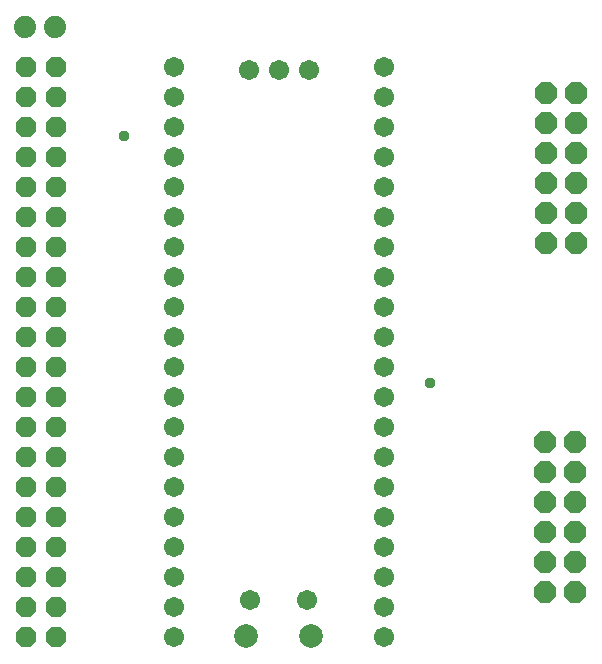
<source format=gbr>
G04 EAGLE Gerber RS-274X export*
G75*
%MOMM*%
%FSLAX34Y34*%
%LPD*%
%INSoldermask Bottom*%
%IPPOS*%
%AMOC8*
5,1,8,0,0,1.08239X$1,22.5*%
G01*
%ADD10C,1.711200*%
%ADD11C,2.003200*%
%ADD12C,1.703200*%
%ADD13P,1.869504X8X112.500000*%
%ADD14C,1.879600*%
%ADD15P,2.034460X8X292.500000*%
%ADD16C,0.959600*%


D10*
X370681Y26988D03*
X370681Y52388D03*
X370681Y179388D03*
X370681Y204788D03*
X370681Y77788D03*
X370681Y103188D03*
X370681Y153988D03*
X370681Y128588D03*
X370681Y230188D03*
X370681Y255588D03*
X370681Y280988D03*
X370681Y306388D03*
X370681Y331788D03*
X370681Y357188D03*
X370681Y382588D03*
X370681Y407988D03*
X370681Y433388D03*
X370681Y458788D03*
X370681Y484188D03*
X370681Y509588D03*
X192881Y509588D03*
X192881Y484188D03*
X192881Y458788D03*
X192881Y433388D03*
X192881Y407988D03*
X192881Y382588D03*
X192881Y357188D03*
X192881Y331788D03*
X192881Y306388D03*
X192881Y280988D03*
X192881Y255588D03*
X192881Y230188D03*
X192881Y204788D03*
X192881Y179388D03*
X192881Y153988D03*
X192881Y128588D03*
X192881Y103188D03*
X192881Y77788D03*
X192881Y52388D03*
X192881Y26988D03*
D11*
X309031Y28288D03*
X254531Y28288D03*
D12*
X306031Y58588D03*
X257531Y58588D03*
D10*
X307181Y507288D03*
X281781Y507288D03*
X256381Y507288D03*
D13*
X93663Y26988D03*
X68263Y26988D03*
X93663Y52388D03*
X68263Y52388D03*
X93663Y77788D03*
X68263Y77788D03*
X93663Y103188D03*
X68263Y103188D03*
X93663Y128588D03*
X68263Y128588D03*
X93663Y153988D03*
X68263Y153988D03*
X93663Y179388D03*
X68263Y179388D03*
X93663Y204788D03*
X68263Y204788D03*
X93663Y230188D03*
X68263Y230188D03*
X93663Y255588D03*
X68263Y255588D03*
X93663Y280988D03*
X68263Y280988D03*
X93663Y306388D03*
X68263Y306388D03*
X93663Y331788D03*
X68263Y331788D03*
X93663Y357188D03*
X68263Y357188D03*
X93663Y382588D03*
X68263Y382588D03*
X93663Y407988D03*
X68263Y407988D03*
X93663Y433388D03*
X68263Y433388D03*
X93663Y458788D03*
X68263Y458788D03*
X93663Y484188D03*
X68263Y484188D03*
X93663Y509588D03*
X68263Y509588D03*
D14*
X67469Y543719D03*
X92869Y543719D03*
D15*
X507206Y192088D03*
X532606Y192088D03*
X507206Y166688D03*
X532606Y166688D03*
X507206Y141288D03*
X532606Y141288D03*
X507206Y115888D03*
X532606Y115888D03*
X507206Y90488D03*
X532606Y90488D03*
X507206Y65088D03*
X532606Y65088D03*
X508000Y487363D03*
X533400Y487363D03*
X508000Y461963D03*
X533400Y461963D03*
X508000Y436563D03*
X533400Y436563D03*
X508000Y411163D03*
X533400Y411163D03*
X508000Y385763D03*
X533400Y385763D03*
X508000Y360363D03*
X533400Y360363D03*
D16*
X410178Y242316D03*
X150590Y451485D03*
M02*

</source>
